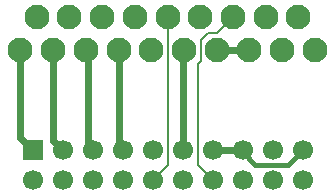
<source format=gbr>
G04 DipTrace 3.3.1.3*
G04 Bottom.gbr*
%MOIN*%
G04 #@! TF.FileFunction,Copper,L2,Bot*
G04 #@! TF.Part,Single*
G04 #@! TA.AperFunction,Conductor*
%ADD13C,0.023622*%
%ADD14C,0.007874*%
%ADD15C,0.015748*%
G04 #@! TA.AperFunction,ComponentPad*
%ADD16C,0.082677*%
%ADD17C,0.066929*%
%ADD18R,0.066929X0.066929*%
%FSLAX26Y26*%
G04*
G70*
G90*
G75*
G01*
G04 Bottom*
%LPD*%
X1343719Y643701D2*
D13*
Y972234D1*
X1348247Y976761D1*
X1457302D2*
X1566357D1*
X1443719Y543701D2*
D14*
X1393719Y593701D1*
Y931199D1*
X1404028Y941508D1*
Y1011085D1*
X1427470Y1034528D1*
X1457785D1*
X1511830Y1088572D1*
X1130137Y976761D2*
D13*
X1133240D1*
Y654180D1*
X1143719Y643701D1*
X802971Y976761D2*
Y684449D1*
X843719Y643701D1*
X912026Y976761D2*
Y675394D1*
X943719Y643701D1*
X1021082Y976761D2*
X1028449D1*
Y658971D1*
X1043719Y643701D1*
X1543719D2*
X1443719D1*
X1543719D2*
D15*
Y636802D1*
X1585877Y594644D1*
X1694663D1*
X1743719Y643701D1*
X1293719Y1088572D2*
D14*
Y593701D1*
X1243719Y543701D1*
D16*
X1784467Y976761D3*
X1729940Y1088572D3*
X1675412Y976761D3*
X1620885Y1088572D3*
X1566357Y976761D3*
X1511830Y1088572D3*
X1457302Y976761D3*
X1402774Y1088572D3*
X1348247Y976761D3*
X1293719Y1088572D3*
X1239192Y976761D3*
X1184664Y1088572D3*
X1130137Y976761D3*
X1075609Y1088572D3*
X1021082Y976761D3*
X966554Y1088572D3*
X912026Y976761D3*
X857499Y1088572D3*
X802971Y976761D3*
D17*
X1743719Y643701D3*
Y543701D3*
X1643719Y643701D3*
Y543701D3*
X1543719Y643701D3*
Y543701D3*
X1443719Y643701D3*
Y543701D3*
X1343719Y643701D3*
Y543701D3*
X1243719Y643701D3*
Y543701D3*
X1143719Y643701D3*
Y543701D3*
X1043719Y643701D3*
Y543701D3*
X943719Y643701D3*
Y543701D3*
D18*
X843719Y643701D3*
D17*
Y543701D3*
M02*

</source>
